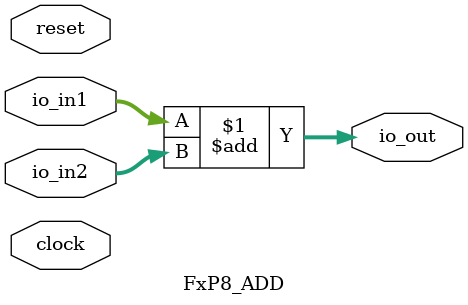
<source format=v>
module FxP8_ADD(	// file.cleaned.mlir:2:3
  input        clock,	// file.cleaned.mlir:2:26
               reset,	// file.cleaned.mlir:2:42
  input  [7:0] io_in1,	// file.cleaned.mlir:2:58
               io_in2,	// file.cleaned.mlir:2:75
  output [7:0] io_out	// file.cleaned.mlir:2:93
);

  assign io_out = io_in1 + io_in2;	// file.cleaned.mlir:3:10, :4:5
endmodule


</source>
